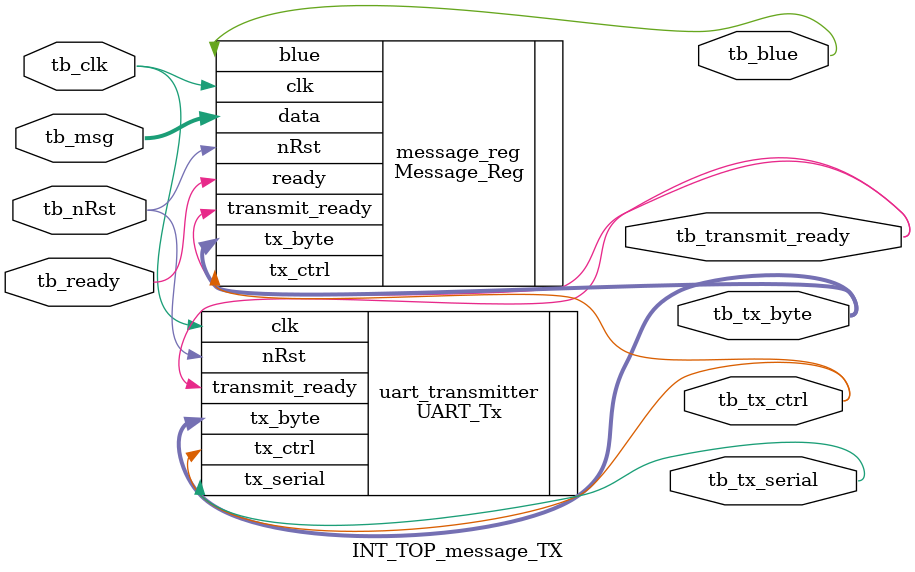
<source format=sv>
module INT_TOP_message_TX (
    input logic tb_clk, tb_nRst, tb_ready,
    output logic tb_tx_serial,
    output logic tb_transmit_ready, tb_blue, tb_tx_ctrl,
    output logic [7:0] tb_tx_byte,
    input logic [7:0] tb_msg


);

// Testbench ports
localparam CLK_PERIOD = 10; // 100 Hz clk
// logic tb_transmit_ready, tb_blue, tb_tx_ctrl;
// logic [7:0] tb_msg, tb_tx_byte;

// Portmap
Message_Reg message_reg (.clk(tb_clk), .nRst(tb_nRst), .ready(tb_ready), .transmit_ready(tb_transmit_ready), .data(tb_msg), .blue(tb_blue), .tx_ctrl(tb_tx_ctrl), .tx_byte(tb_tx_byte));
UART_Tx uart_transmitter (.clk(tb_clk), .nRst(tb_nRst), .tx_ctrl(tb_tx_ctrl), .tx_byte(tb_tx_byte), .transmit_ready(tb_transmit_ready), .tx_serial(tb_tx_serial));

endmodule

</source>
